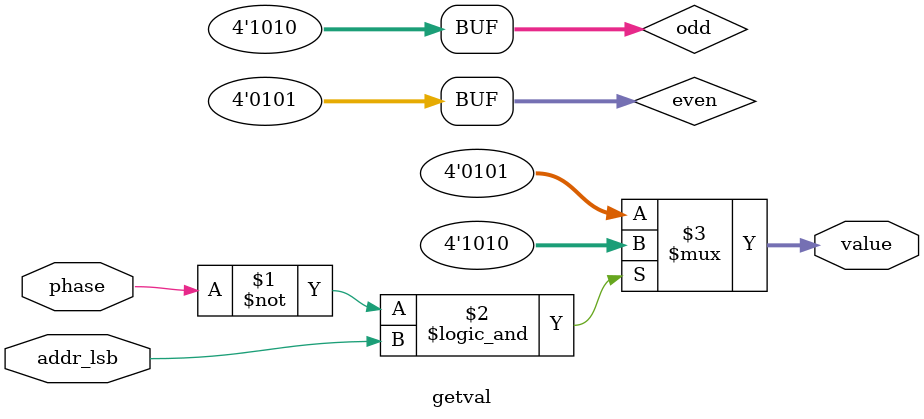
<source format=v>
module getval(addr_lsb, phase, value);
   output [3:0] value;
   input 	addr_lsb, phase;
   
   // these are the values we write to
   wire [3:0] 	even, odd, value;
   assign 	even = 4'b0101;
   assign 	odd = 4'b1010;
   // state[2] tells us whether the current address is even or odd (0-even, 1-odd)
   // state[7] tells us whether we are in 1st runthrough or second
   // current_mval should be the value to write/compare to
   assign 	value = (~phase && addr_lsb) ? odd : even;
endmodule // getval

</source>
